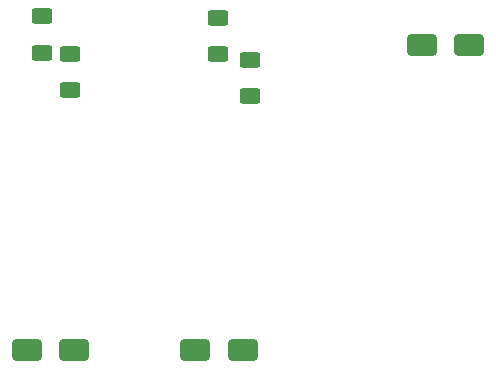
<source format=gbr>
%TF.GenerationSoftware,KiCad,Pcbnew,8.0.6*%
%TF.CreationDate,2025-05-10T04:30:44+07:00*%
%TF.ProjectId,FCU32 2 LAYER,46435533-3220-4322-904c-415945522e6b,rev?*%
%TF.SameCoordinates,Original*%
%TF.FileFunction,Paste,Bot*%
%TF.FilePolarity,Positive*%
%FSLAX46Y46*%
G04 Gerber Fmt 4.6, Leading zero omitted, Abs format (unit mm)*
G04 Created by KiCad (PCBNEW 8.0.6) date 2025-05-10 04:30:44*
%MOMM*%
%LPD*%
G01*
G04 APERTURE LIST*
G04 Aperture macros list*
%AMRoundRect*
0 Rectangle with rounded corners*
0 $1 Rounding radius*
0 $2 $3 $4 $5 $6 $7 $8 $9 X,Y pos of 4 corners*
0 Add a 4 corners polygon primitive as box body*
4,1,4,$2,$3,$4,$5,$6,$7,$8,$9,$2,$3,0*
0 Add four circle primitives for the rounded corners*
1,1,$1+$1,$2,$3*
1,1,$1+$1,$4,$5*
1,1,$1+$1,$6,$7*
1,1,$1+$1,$8,$9*
0 Add four rect primitives between the rounded corners*
20,1,$1+$1,$2,$3,$4,$5,0*
20,1,$1+$1,$4,$5,$6,$7,0*
20,1,$1+$1,$6,$7,$8,$9,0*
20,1,$1+$1,$8,$9,$2,$3,0*%
G04 Aperture macros list end*
%ADD10RoundRect,0.250000X-0.625000X0.400000X-0.625000X-0.400000X0.625000X-0.400000X0.625000X0.400000X0*%
%ADD11RoundRect,0.250000X1.000000X0.650000X-1.000000X0.650000X-1.000000X-0.650000X1.000000X-0.650000X0*%
G04 APERTURE END LIST*
D10*
%TO.C,R19*%
X36300000Y-78050001D03*
X36300000Y-74949999D03*
%TD*%
%TO.C,R16*%
X33900000Y-71749999D03*
X33900000Y-74850001D03*
%TD*%
%TO.C,R8*%
X48800000Y-71899999D03*
X48800000Y-75000001D03*
%TD*%
%TO.C,R7*%
X51500000Y-75449999D03*
X51500000Y-78550001D03*
%TD*%
D11*
%TO.C,D5*%
X50900000Y-100000000D03*
X46900000Y-100000000D03*
%TD*%
%TO.C,D4*%
X36600000Y-100000000D03*
X32600000Y-100000000D03*
%TD*%
%TO.C,D1*%
X70100001Y-74200000D03*
X66099999Y-74200000D03*
%TD*%
M02*

</source>
